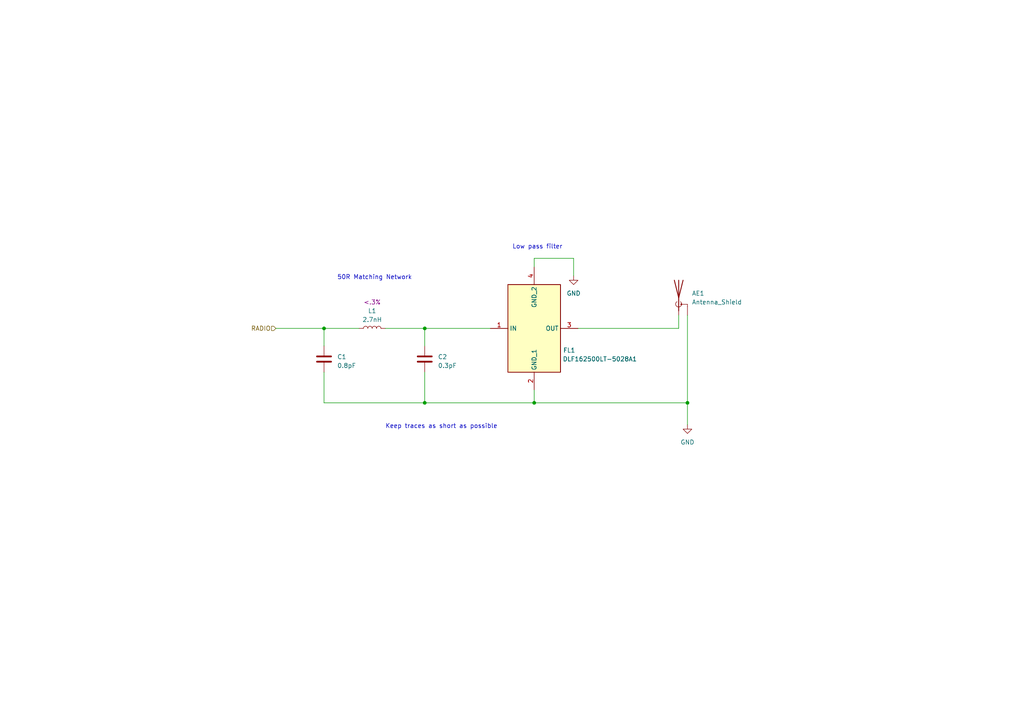
<source format=kicad_sch>
(kicad_sch (version 20230121) (generator eeschema)
  (paper "A4")
  (lib_symbols
    (symbol "DLF162500LT-5028A1:DLF162500LT-5028A1"
      (property "Reference" "FL" (at 21.59 17.78 0))
      (property "Value" "DLF162500LT-5028A1" (at 21.59 15.24 0))
      (symbol "DLF162500LT-5028A1_1_1"
        (rectangle (start 5.08 12.7) (end 20.32 -12.7) (stroke (width 0.254)) (fill (type background)))
        (pin passive line (at 0 0 0) (length 5.08) (name "IN") (number "1"))
        (pin passive line (at 12.7 -17.78 90) (length 5.08) (name "GND_1") (number "2"))
        (pin passive line (at 25.4 0 180) (length 5.08) (name "OUT") (number "3"))
        (pin passive line (at 12.7 17.78 270) (length 5.08) (name "GND_2") (number "4"))
      )
    )
    (symbol "Device:Antenna_Shield" (pin_numbers hide) (pin_names (offset 1.016) hide)
      (property "Reference" "AE" (at -1.905 4.445 0))
      (property "Value" "Antenna_Shield" (at -1.905 2.54 0))
      (symbol "Antenna_Shield_0_1"
        (arc (start -0.508 -1.143) (mid -0.8429 -2.1194) (end 0 -2.667))
        (arc (start 0 -2.667) (mid 0.7989 -2.1052) (end 0.508 -1.143))
        (polyline (pts (xy 0 -2.54) (xy 0 0)))
        (polyline (pts (xy 0 5.08) (xy 0 -3.81)) (stroke (width 0.254)))
        (polyline (pts (xy 0.762 -1.905) (xy 2.54 -1.905)))
        (polyline (pts (xy 2.54 -2.54) (xy 2.54 -1.905)))
        (polyline (pts (xy 1.27 5.08) (xy 0 0) (xy -1.27 5.08)) (stroke (width 0.254)))
        (circle (center 0.762 -1.905) (radius 0.1778) (fill (type outline)))
      )
      (symbol "Antenna_Shield_1_1"
        (pin input line (at 0 -5.08 90) (length 2.54) (name "A") (number "1"))
        (pin input line (at 2.54 -5.08 90) (length 2.54) (name "Shield") (number "2"))
      )
    )
    (symbol "Device:C" (pin_numbers hide) (pin_names (offset 0.254))
      (property "Reference" "C" (at 0.635 2.54 0))
      (property "Value" "C" (at 0.635 -2.54 0))
      (symbol "C_0_1"
        (polyline (pts (xy -2.032 -0.762) (xy 2.032 -0.762)) (stroke (width 0.508)))
        (polyline (pts (xy -2.032 0.762) (xy 2.032 0.762)) (stroke (width 0.508)))
      )
      (symbol "C_1_1"
        (pin passive line (at 0 3.81 270) (length 2.794) (name "~") (number "1"))
        (pin passive line (at 0 -3.81 90) (length 2.794) (name "~") (number "2"))
      )
    )
    (symbol "Device:L" (pin_numbers hide) (pin_names (offset 1.016) hide)
      (property "Reference" "L" (at -1.27 0 90))
      (property "Value" "L" (at 1.905 0 90))
      (symbol "L_0_1"
        (arc (start 0 -2.54) (mid 0.6323 -1.905) (end 0 -1.27))
        (arc (start 0 -1.27) (mid 0.6323 -0.635) (end 0 0))
        (arc (start 0 0) (mid 0.6323 0.635) (end 0 1.27))
        (arc (start 0 1.27) (mid 0.6323 1.905) (end 0 2.54))
      )
      (symbol "L_1_1"
        (pin passive line (at 0 3.81 270) (length 1.27) (name "1") (number "1"))
        (pin passive line (at 0 -3.81 90) (length 1.27) (name "2") (number "2"))
      )
    )
    (symbol "power:GND" (power) (pin_names (offset 0))
      (property "Value" "GND" (at 0 -3.81 0))
      (symbol "GND_0_1"
        (polyline (pts (xy 0 0) (xy 0 -1.27) (xy 1.27 -1.27) (xy 0 -2.54) (xy -1.27 -1.27) (xy 0 -1.27)))
      )
      (symbol "GND_1_1"
        (pin power_in line (at 0 0 270) (length 0) hide (name "GND") (number "1"))
      )
    )
  )
  (junction (at 93.98 95.25))
  (junction (at 154.94 116.84))
  (junction (at 123.19 116.84))
  (junction (at 123.19 95.25))
  (junction (at 199.39 116.84))
  (wire (pts (xy 123.19 116.84) (xy 93.98 116.84)))
  (wire (pts (xy 123.19 107.95) (xy 123.19 116.84)))
  (wire (pts (xy 111.76 95.25) (xy 123.19 95.25)))
  (wire (pts (xy 154.94 74.93) (xy 166.37 74.93)))
  (wire (pts (xy 199.39 116.84) (xy 199.39 123.19)))
  (wire (pts (xy 80.01 95.25) (xy 93.98 95.25)))
  (wire (pts (xy 166.37 74.93) (xy 166.37 80.01)))
  (wire (pts (xy 93.98 116.84) (xy 93.98 107.95)))
  (wire (pts (xy 93.98 100.33) (xy 93.98 95.25)))
  (wire (pts (xy 154.94 116.84) (xy 123.19 116.84)))
  (wire (pts (xy 93.98 95.25) (xy 104.14 95.25)))
  (wire (pts (xy 196.85 91.44) (xy 196.85 95.25)))
  (wire (pts (xy 154.94 77.47) (xy 154.94 74.93)))
  (wire (pts (xy 123.19 95.25) (xy 123.19 100.33)))
  (wire (pts (xy 199.39 91.44) (xy 199.39 116.84)))
  (wire (pts (xy 123.19 95.25) (xy 142.24 95.25)))
  (wire (pts (xy 167.64 95.25) (xy 196.85 95.25)))
  (wire (pts (xy 154.94 113.03) (xy 154.94 116.84)))
  (wire (pts (xy 199.39 116.84) (xy 154.94 116.84)))
  (text "Low pass filter" (at 148.59 72.39 0) (effects (font (size 1.27 1.27)) (justify left bottom)))
  (text "Keep traces as short as possible" (at 111.76 124.46 0) (effects (font (size 1.27 1.27)) (justify left bottom)))
  (text "50R Matching Network" (at 97.79 81.28 0) (effects (font (size 1.27 1.27)) (justify left bottom)))
  (hierarchical_label "RADIO" (shape input) (at 80.01 95.25 180))
  (symbol (lib_id "DLF162500LT-5028A1:DLF162500LT-5028A1") (at 142.24 95.25 0) (unit 1)
    (property "Reference" "FL1" (at 165.1 101.6 0))
    (property "Value" "DLF162500LT-5028A1" (at 173.99 104.14 0))
    (property "Footprint" "DLF162500LT-5028A1:DLF162500LT5028A1" (effects hide))
    (property "Datasheet" "https://product.tdk.com/system/files/dam/doc/product/rf/rf/filter/catalog/rf_lpf_dlf162500lt-5028a1_en.pdf" (effects hide))
    (property "Height" "0.4" (effects hide))
    (property "Manufacturer_Name" "TDK" (effects hide))
    (property "Manufacturer_Part_Number" "DLF162500LT-5028A1" (effects hide))
    (property "Mouser Part Number" "810-DLF16250LT5028A1" (effects hide))
    (property "Mouser Price/Stock" "https://www.mouser.co.uk/ProductDetail/TDK/DLF162500LT-5028A1?qs=U%2FZX79kHR%2FlwIbAISCs3qA%3D%3D" (effects hide))
    (property "Arrow Part Number" "DLF162500LT-5028A1" (effects hide))
    (property "Arrow Price/Stock" "https://www.arrow.com/en/products/dlf162500lt-5028a1/tdk?region=europe" (effects hide))
  )
  (symbol (lib_id "power:GND") (at 199.39 123.19 0) (unit 1)
    (property "Reference" "#PWR02" (effects hide))
    (property "Value" "GND" (at 199.39 128.27 0))
  )
  (symbol (lib_id "power:GND") (at 166.37 80.01 0) (unit 1)
    (property "Reference" "#PWR01" (effects hide))
    (property "Value" "GND" (at 166.37 85.09 0))
  )
  (symbol (lib_id "Device:Antenna_Shield") (at 196.85 86.36 0) (unit 1)
    (property "Reference" "AE1" (at 200.66 85.09 0) (effects (justify left)))
    (property "Value" "Antenna_Shield" (at 200.66 87.63 0) (effects (justify left)))
  )
  (symbol (lib_id "Device:C") (at 123.19 104.14 0) (unit 1)
    (property "Reference" "C2" (at 127 103.505 0) (effects (justify left)))
    (property "Value" "0.3pF" (at 127 106.045 0) (effects (justify left)))
    (property "Footprint" "Capacitor_SMD:C_0402_1005Metric" (effects hide))
  )
  (symbol (lib_id "Device:C") (at 93.98 104.14 0) (unit 1)
    (property "Reference" "C1" (at 97.79 103.505 0) (effects (justify left)))
    (property "Value" "0.8pF" (at 97.79 106.045 0) (effects (justify left)))
    (property "Footprint" "Capacitor_SMD:C_0402_1005Metric" (effects hide))
  )
  (symbol (lib_id "Device:L") (at 107.95 95.25 90) (unit 1)
    (property "Reference" "L1" (at 107.95 90.17 90))
    (property "Value" "2.7nH" (at 107.95 92.71 90))
    (property "Tolerance" "<.3%" (at 107.95 87.63 90))
  )
)
</source>
